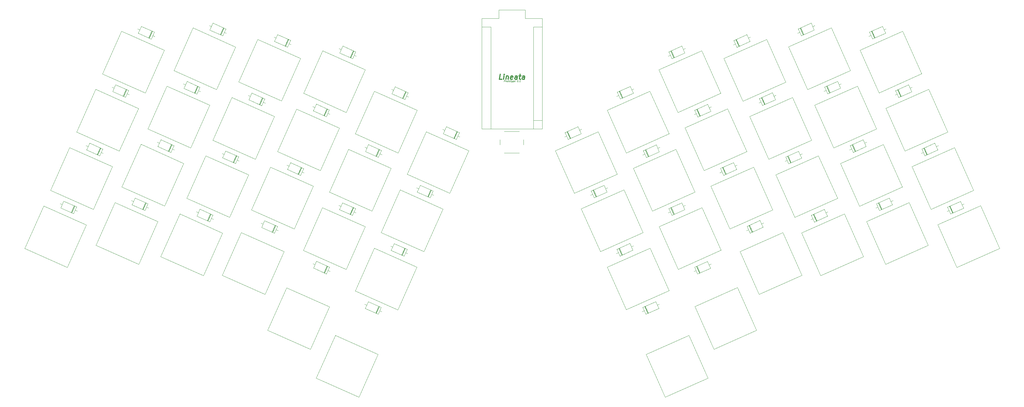
<source format=gbr>
%TF.GenerationSoftware,KiCad,Pcbnew,5.1.10-1.fc33*%
%TF.CreationDate,2021-08-02T15:59:08+02:00*%
%TF.ProjectId,lineata,6c696e65-6174-4612-9e6b-696361645f70,0.1*%
%TF.SameCoordinates,Original*%
%TF.FileFunction,Legend,Top*%
%TF.FilePolarity,Positive*%
%FSLAX46Y46*%
G04 Gerber Fmt 4.6, Leading zero omitted, Abs format (unit mm)*
G04 Created by KiCad (PCBNEW 5.1.10-1.fc33) date 2021-08-02 15:59:08*
%MOMM*%
%LPD*%
G01*
G04 APERTURE LIST*
%ADD10C,0.100000*%
%ADD11C,0.300000*%
%ADD12C,0.120000*%
G04 APERTURE END LIST*
D10*
X197596000Y-107731690D02*
X197658500Y-107231690D01*
X197848976Y-107231690D01*
X197893619Y-107255500D01*
X197914452Y-107279309D01*
X197932309Y-107326928D01*
X197923380Y-107398357D01*
X197893619Y-107445976D01*
X197866833Y-107469785D01*
X197816238Y-107493595D01*
X197625761Y-107493595D01*
X198096000Y-107731690D02*
X198137666Y-107398357D01*
X198125761Y-107493595D02*
X198155523Y-107445976D01*
X198182309Y-107422166D01*
X198232904Y-107398357D01*
X198280523Y-107398357D01*
X198476952Y-107731690D02*
X198432309Y-107707880D01*
X198411476Y-107684071D01*
X198393619Y-107636452D01*
X198411476Y-107493595D01*
X198441238Y-107445976D01*
X198468023Y-107422166D01*
X198518619Y-107398357D01*
X198590047Y-107398357D01*
X198634690Y-107422166D01*
X198655523Y-107445976D01*
X198673380Y-107493595D01*
X198655523Y-107636452D01*
X198625761Y-107684071D01*
X198598976Y-107707880D01*
X198548380Y-107731690D01*
X198476952Y-107731690D01*
X198828142Y-107398357D02*
X199018619Y-107398357D01*
X198920404Y-107231690D02*
X198866833Y-107660261D01*
X198884690Y-107707880D01*
X198929333Y-107731690D01*
X198976952Y-107731690D01*
X199215047Y-107731690D02*
X199170404Y-107707880D01*
X199149571Y-107684071D01*
X199131714Y-107636452D01*
X199149571Y-107493595D01*
X199179333Y-107445976D01*
X199206119Y-107422166D01*
X199256714Y-107398357D01*
X199328142Y-107398357D01*
X199372785Y-107422166D01*
X199393619Y-107445976D01*
X199411476Y-107493595D01*
X199393619Y-107636452D01*
X199363857Y-107684071D01*
X199337071Y-107707880D01*
X199286476Y-107731690D01*
X199215047Y-107731690D01*
X199566238Y-107398357D02*
X199756714Y-107398357D01*
X199658500Y-107231690D02*
X199604928Y-107660261D01*
X199622785Y-107707880D01*
X199667428Y-107731690D01*
X199715047Y-107731690D01*
X199875761Y-107398357D02*
X199953142Y-107731690D01*
X200113857Y-107398357D02*
X199953142Y-107731690D01*
X199890642Y-107850738D01*
X199863857Y-107874547D01*
X199813261Y-107898357D01*
X200304333Y-107398357D02*
X200241833Y-107898357D01*
X200301357Y-107422166D02*
X200351952Y-107398357D01*
X200447190Y-107398357D01*
X200491833Y-107422166D01*
X200512666Y-107445976D01*
X200530523Y-107493595D01*
X200512666Y-107636452D01*
X200482904Y-107684071D01*
X200456119Y-107707880D01*
X200405523Y-107731690D01*
X200310285Y-107731690D01*
X200265642Y-107707880D01*
X200908500Y-107707880D02*
X200857904Y-107731690D01*
X200762666Y-107731690D01*
X200718023Y-107707880D01*
X200700166Y-107660261D01*
X200723976Y-107469785D01*
X200753738Y-107422166D01*
X200804333Y-107398357D01*
X200899571Y-107398357D01*
X200944214Y-107422166D01*
X200962071Y-107469785D01*
X200956119Y-107517404D01*
X200712071Y-107565023D01*
X201682309Y-107231690D02*
X201729928Y-107231690D01*
X201774571Y-107255500D01*
X201795404Y-107279309D01*
X201813261Y-107326928D01*
X201825166Y-107422166D01*
X201810285Y-107541214D01*
X201774571Y-107636452D01*
X201744809Y-107684071D01*
X201718023Y-107707880D01*
X201667428Y-107731690D01*
X201619809Y-107731690D01*
X201575166Y-107707880D01*
X201554333Y-107684071D01*
X201536476Y-107636452D01*
X201524571Y-107541214D01*
X201539452Y-107422166D01*
X201575166Y-107326928D01*
X201604928Y-107279309D01*
X201631714Y-107255500D01*
X201682309Y-107231690D01*
X202006714Y-107684071D02*
X202027547Y-107707880D01*
X202000761Y-107731690D01*
X201979928Y-107707880D01*
X202006714Y-107684071D01*
X202000761Y-107731690D01*
X202500761Y-107731690D02*
X202215047Y-107731690D01*
X202357904Y-107731690D02*
X202420404Y-107231690D01*
X202363857Y-107303119D01*
X202310285Y-107350738D01*
X202259690Y-107374547D01*
D11*
X196995928Y-106977571D02*
X196281642Y-106977571D01*
X196469142Y-105477571D01*
X197495928Y-106977571D02*
X197620928Y-105977571D01*
X197683428Y-105477571D02*
X197603071Y-105549000D01*
X197665571Y-105620428D01*
X197745928Y-105549000D01*
X197683428Y-105477571D01*
X197665571Y-105620428D01*
X198335214Y-105977571D02*
X198210214Y-106977571D01*
X198317357Y-106120428D02*
X198397714Y-106049000D01*
X198549500Y-105977571D01*
X198763785Y-105977571D01*
X198897714Y-106049000D01*
X198951285Y-106191857D01*
X198853071Y-106977571D01*
X200147714Y-106906142D02*
X199995928Y-106977571D01*
X199710214Y-106977571D01*
X199576285Y-106906142D01*
X199522714Y-106763285D01*
X199594142Y-106191857D01*
X199683428Y-106049000D01*
X199835214Y-105977571D01*
X200120928Y-105977571D01*
X200254857Y-106049000D01*
X200308428Y-106191857D01*
X200290571Y-106334714D01*
X199558428Y-106477571D01*
X201495928Y-106977571D02*
X201594142Y-106191857D01*
X201540571Y-106049000D01*
X201406642Y-105977571D01*
X201120928Y-105977571D01*
X200969142Y-106049000D01*
X201504857Y-106906142D02*
X201353071Y-106977571D01*
X200995928Y-106977571D01*
X200862000Y-106906142D01*
X200808428Y-106763285D01*
X200826285Y-106620428D01*
X200915571Y-106477571D01*
X201067357Y-106406142D01*
X201424500Y-106406142D01*
X201576285Y-106334714D01*
X202120928Y-105977571D02*
X202692357Y-105977571D01*
X202397714Y-105477571D02*
X202237000Y-106763285D01*
X202290571Y-106906142D01*
X202424500Y-106977571D01*
X202567357Y-106977571D01*
X203710214Y-106977571D02*
X203808428Y-106191857D01*
X203754857Y-106049000D01*
X203620928Y-105977571D01*
X203335214Y-105977571D01*
X203183428Y-106049000D01*
X203719142Y-106906142D02*
X203567357Y-106977571D01*
X203210214Y-106977571D01*
X203076285Y-106906142D01*
X203022714Y-106763285D01*
X203040571Y-106620428D01*
X203129857Y-106477571D01*
X203281642Y-106406142D01*
X203638785Y-106406142D01*
X203790571Y-106334714D01*
D12*
%TO.C,D42*%
X293251847Y-109287444D02*
X294162937Y-111333786D01*
X294162937Y-111333786D02*
X298036370Y-109609223D01*
X298036370Y-109609223D02*
X297125280Y-107562881D01*
X297125280Y-107562881D02*
X293251847Y-109287444D01*
X293113587Y-110574994D02*
X293707392Y-110310615D01*
X298174629Y-108321673D02*
X297580825Y-108586052D01*
X293909600Y-108994594D02*
X294820690Y-111040936D01*
X294019225Y-108945785D02*
X294930315Y-110992127D01*
X293799974Y-109043402D02*
X294711064Y-111089744D01*
%TO.C,D40*%
X289314847Y-147577944D02*
X290225937Y-149624286D01*
X290225937Y-149624286D02*
X294099370Y-147899723D01*
X294099370Y-147899723D02*
X293188280Y-145853381D01*
X293188280Y-145853381D02*
X289314847Y-147577944D01*
X289176587Y-148865494D02*
X289770392Y-148601115D01*
X294237629Y-146612173D02*
X293643825Y-146876552D01*
X289972600Y-147285094D02*
X290883690Y-149331436D01*
X290082225Y-147236285D02*
X290993315Y-149282627D01*
X289862974Y-147333902D02*
X290774064Y-149380244D01*
%TO.C,D39*%
X281629847Y-130178944D02*
X282540937Y-132225286D01*
X282540937Y-132225286D02*
X286414370Y-130500723D01*
X286414370Y-130500723D02*
X285503280Y-128454381D01*
X285503280Y-128454381D02*
X281629847Y-130178944D01*
X281491587Y-131466494D02*
X282085392Y-131202115D01*
X286552629Y-129213173D02*
X285958825Y-129477552D01*
X282287600Y-129886094D02*
X283198690Y-131932436D01*
X282397225Y-129837285D02*
X283308315Y-131883627D01*
X282177974Y-129934902D02*
X283089064Y-131981244D01*
%TO.C,D38*%
X273820847Y-112716444D02*
X274731937Y-114762786D01*
X274731937Y-114762786D02*
X278605370Y-113038223D01*
X278605370Y-113038223D02*
X277694280Y-110991881D01*
X277694280Y-110991881D02*
X273820847Y-112716444D01*
X273682587Y-114003994D02*
X274276392Y-113739615D01*
X278743629Y-111750673D02*
X278149825Y-112015052D01*
X274478600Y-112423594D02*
X275389690Y-114469936D01*
X274588225Y-112374785D02*
X275499315Y-114421127D01*
X274368974Y-112472402D02*
X275280064Y-114518744D01*
%TO.C,D37*%
X266200847Y-95343290D02*
X267111937Y-97389632D01*
X267111937Y-97389632D02*
X270985370Y-95665069D01*
X270985370Y-95665069D02*
X270074280Y-93618727D01*
X270074280Y-93618727D02*
X266200847Y-95343290D01*
X266062587Y-96630840D02*
X266656392Y-96366461D01*
X271123629Y-94377519D02*
X270529825Y-94641898D01*
X266858600Y-95050440D02*
X267769690Y-97096782D01*
X266968225Y-95001631D02*
X267879315Y-97047973D01*
X266748974Y-95099248D02*
X267660064Y-97145590D01*
%TO.C,D36*%
X270129847Y-150879944D02*
X271040937Y-152926286D01*
X271040937Y-152926286D02*
X274914370Y-151201723D01*
X274914370Y-151201723D02*
X274003280Y-149155381D01*
X274003280Y-149155381D02*
X270129847Y-150879944D01*
X269991587Y-152167494D02*
X270585392Y-151903115D01*
X275052629Y-149914173D02*
X274458825Y-150178552D01*
X270787600Y-150587094D02*
X271698690Y-152633436D01*
X270897225Y-150538285D02*
X271808315Y-152584627D01*
X270677974Y-150635902D02*
X271589064Y-152682244D01*
%TO.C,D35*%
X262200347Y-133593290D02*
X263111437Y-135639632D01*
X263111437Y-135639632D02*
X266984870Y-133915069D01*
X266984870Y-133915069D02*
X266073780Y-131868727D01*
X266073780Y-131868727D02*
X262200347Y-133593290D01*
X262062087Y-134880840D02*
X262655892Y-134616461D01*
X267123129Y-132627519D02*
X266529325Y-132891898D01*
X262858100Y-133300440D02*
X263769190Y-135346782D01*
X262967725Y-133251631D02*
X263878815Y-135297973D01*
X262748474Y-133349248D02*
X263659564Y-135395590D01*
%TO.C,SW38*%
X276612257Y-130844938D02*
X270930146Y-118082708D01*
X289374487Y-125162828D02*
X276612257Y-130844938D01*
X283692376Y-112400598D02*
X289374487Y-125162828D01*
X270930146Y-118082708D02*
X283692376Y-112400598D01*
%TO.C,SW37*%
X268887257Y-113469938D02*
X263205146Y-100707708D01*
X281649487Y-107787828D02*
X268887257Y-113469938D01*
X275967376Y-95025598D02*
X281649487Y-107787828D01*
X263205146Y-100707708D02*
X275967376Y-95025598D01*
%TO.C,SW30*%
X241847257Y-146349938D02*
X236165146Y-133587708D01*
X254609487Y-140667828D02*
X241847257Y-146349938D01*
X248927376Y-127905598D02*
X254609487Y-140667828D01*
X236165146Y-133587708D02*
X248927376Y-127905598D01*
%TO.C,SW29*%
X234072257Y-128949938D02*
X228390146Y-116187708D01*
X246834487Y-123267828D02*
X234072257Y-128949938D01*
X241152376Y-110505598D02*
X246834487Y-123267828D01*
X228390146Y-116187708D02*
X241152376Y-110505598D01*
%TO.C,SW33*%
X249522257Y-116849938D02*
X243840146Y-104087708D01*
X262284487Y-111167828D02*
X249522257Y-116849938D01*
X256602376Y-98405598D02*
X262284487Y-111167828D01*
X243840146Y-104087708D02*
X256602376Y-98405598D01*
%TO.C,SW34*%
X257272257Y-134249938D02*
X251590146Y-121487708D01*
X270034487Y-128567828D02*
X257272257Y-134249938D01*
X264352376Y-115805598D02*
X270034487Y-128567828D01*
X251590146Y-121487708D02*
X264352376Y-115805598D01*
%TO.C,SW35*%
X265022257Y-151649938D02*
X259340146Y-138887708D01*
X277784487Y-145967828D02*
X265022257Y-151649938D01*
X272102376Y-133205598D02*
X277784487Y-145967828D01*
X259340146Y-138887708D02*
X272102376Y-133205598D01*
%TO.C,SW39*%
X284362257Y-148244938D02*
X278680146Y-135482708D01*
X297124487Y-142562828D02*
X284362257Y-148244938D01*
X291442376Y-129800598D02*
X297124487Y-142562828D01*
X278680146Y-135482708D02*
X291442376Y-129800598D01*
%TO.C,D34*%
X254516847Y-116193290D02*
X255427937Y-118239632D01*
X255427937Y-118239632D02*
X259301370Y-116515069D01*
X259301370Y-116515069D02*
X258390280Y-114468727D01*
X258390280Y-114468727D02*
X254516847Y-116193290D01*
X254378587Y-117480840D02*
X254972392Y-117216461D01*
X259439629Y-115227519D02*
X258845825Y-115491898D01*
X255174600Y-115900440D02*
X256085690Y-117946782D01*
X255284225Y-115851631D02*
X256195315Y-117897973D01*
X255064974Y-115949248D02*
X255976064Y-117995590D01*
%TO.C,D33*%
X246769847Y-98743290D02*
X247680937Y-100789632D01*
X247680937Y-100789632D02*
X251554370Y-99065069D01*
X251554370Y-99065069D02*
X250643280Y-97018727D01*
X250643280Y-97018727D02*
X246769847Y-98743290D01*
X246631587Y-100030840D02*
X247225392Y-99766461D01*
X251692629Y-97777519D02*
X251098825Y-98041898D01*
X247427600Y-98450440D02*
X248338690Y-100496782D01*
X247537225Y-98401631D02*
X248448315Y-100447973D01*
X247317974Y-98499248D02*
X248229064Y-100545590D01*
%TO.C,D31*%
X246769847Y-145609444D02*
X247680937Y-147655786D01*
X247680937Y-147655786D02*
X251554370Y-145931223D01*
X251554370Y-145931223D02*
X250643280Y-143884881D01*
X250643280Y-143884881D02*
X246769847Y-145609444D01*
X246631587Y-146896994D02*
X247225392Y-146632615D01*
X251692629Y-144643673D02*
X251098825Y-144908052D01*
X247427600Y-145316594D02*
X248338690Y-147362936D01*
X247537225Y-145267785D02*
X248448315Y-147314127D01*
X247317974Y-145365402D02*
X248229064Y-147411744D01*
%TO.C,D30*%
X239149847Y-128293290D02*
X240060937Y-130339632D01*
X240060937Y-130339632D02*
X243934370Y-128615069D01*
X243934370Y-128615069D02*
X243023280Y-126568727D01*
X243023280Y-126568727D02*
X239149847Y-128293290D01*
X239011587Y-129580840D02*
X239605392Y-129316461D01*
X244072629Y-127327519D02*
X243478825Y-127591898D01*
X239807600Y-128000440D02*
X240718690Y-130046782D01*
X239917225Y-127951631D02*
X240828315Y-129997973D01*
X239697974Y-128049248D02*
X240609064Y-130095590D01*
%TO.C,D29*%
X231379847Y-110811444D02*
X232290937Y-112857786D01*
X232290937Y-112857786D02*
X236164370Y-111133223D01*
X236164370Y-111133223D02*
X235253280Y-109086881D01*
X235253280Y-109086881D02*
X231379847Y-110811444D01*
X231241587Y-112098994D02*
X231835392Y-111834615D01*
X236302629Y-109845673D02*
X235708825Y-110110052D01*
X232037600Y-110518594D02*
X232948690Y-112564936D01*
X232147225Y-110469785D02*
X233058315Y-112516127D01*
X231927974Y-110567402D02*
X232839064Y-112613744D01*
%TO.C,SW26*%
X226347257Y-158449938D02*
X220665146Y-145687708D01*
X239109487Y-152767828D02*
X226347257Y-158449938D01*
X233427376Y-140005598D02*
X239109487Y-152767828D01*
X220665146Y-145687708D02*
X233427376Y-140005598D01*
%TO.C,SW31*%
X249572257Y-163749938D02*
X243890146Y-150987708D01*
X262334487Y-158067828D02*
X249572257Y-163749938D01*
X256652376Y-145305598D02*
X262334487Y-158067828D01*
X243890146Y-150987708D02*
X256652376Y-145305598D01*
%TO.C,SW27*%
X234097257Y-175849938D02*
X228415146Y-163087708D01*
X246859487Y-170167828D02*
X234097257Y-175849938D01*
X241177376Y-157405598D02*
X246859487Y-170167828D01*
X228415146Y-163087708D02*
X241177376Y-157405598D01*
%TO.C,D32*%
X254453347Y-163135444D02*
X255364437Y-165181786D01*
X255364437Y-165181786D02*
X259237870Y-163457223D01*
X259237870Y-163457223D02*
X258326780Y-161410881D01*
X258326780Y-161410881D02*
X254453347Y-163135444D01*
X254315087Y-164422994D02*
X254908892Y-164158615D01*
X259376129Y-162169673D02*
X258782325Y-162434052D01*
X255111100Y-162842594D02*
X256022190Y-164888936D01*
X255220725Y-162793785D02*
X256131815Y-164840127D01*
X255001474Y-162891402D02*
X255912564Y-164937744D01*
%TO.C,D28*%
X239002847Y-175136944D02*
X239913937Y-177183286D01*
X239913937Y-177183286D02*
X243787370Y-175458723D01*
X243787370Y-175458723D02*
X242876280Y-173412381D01*
X242876280Y-173412381D02*
X239002847Y-175136944D01*
X238864587Y-176424494D02*
X239458392Y-176160115D01*
X243925629Y-174171173D02*
X243331825Y-174435552D01*
X239660600Y-174844094D02*
X240571690Y-176890436D01*
X239770225Y-174795285D02*
X240681315Y-176841627D01*
X239550974Y-174892902D02*
X240462064Y-176939244D01*
%TO.C,D27*%
X231275847Y-157737944D02*
X232186937Y-159784286D01*
X232186937Y-159784286D02*
X236060370Y-158059723D01*
X236060370Y-158059723D02*
X235149280Y-156013381D01*
X235149280Y-156013381D02*
X231275847Y-157737944D01*
X231137587Y-159025494D02*
X231731392Y-158761115D01*
X236198629Y-156772173D02*
X235604825Y-157036552D01*
X231933600Y-157445094D02*
X232844690Y-159491436D01*
X232043225Y-157396285D02*
X232954315Y-159442627D01*
X231823974Y-157493902D02*
X232735064Y-159540244D01*
%TO.C,D26*%
X223572347Y-140338944D02*
X224483437Y-142385286D01*
X224483437Y-142385286D02*
X228356870Y-140660723D01*
X228356870Y-140660723D02*
X227445780Y-138614381D01*
X227445780Y-138614381D02*
X223572347Y-140338944D01*
X223434087Y-141626494D02*
X224027892Y-141362115D01*
X228495129Y-139373173D02*
X227901325Y-139637552D01*
X224230100Y-140046094D02*
X225141190Y-142092436D01*
X224339725Y-139997285D02*
X225250815Y-142043627D01*
X224120474Y-140094902D02*
X225031564Y-142141244D01*
%TO.C,D25*%
X215825347Y-122877290D02*
X216736437Y-124923632D01*
X216736437Y-124923632D02*
X220609870Y-123199069D01*
X220609870Y-123199069D02*
X219698780Y-121152727D01*
X219698780Y-121152727D02*
X215825347Y-122877290D01*
X215687087Y-124164840D02*
X216280892Y-123900461D01*
X220748129Y-121911519D02*
X220154325Y-122175898D01*
X216483100Y-122584440D02*
X217394190Y-124630782D01*
X216592725Y-122535631D02*
X217503815Y-124581973D01*
X216373474Y-122633248D02*
X217284564Y-124679590D01*
%TO.C,SW28*%
X240045408Y-189184603D02*
X252807638Y-183502492D01*
X245727518Y-201946833D02*
X240045408Y-189184603D01*
X258489748Y-196264722D02*
X245727518Y-201946833D01*
X252807638Y-183502492D02*
X258489748Y-196264722D01*
%TO.C,SW32*%
X254545408Y-174909603D02*
X267307638Y-169227492D01*
X260227518Y-187671833D02*
X254545408Y-174909603D01*
X272989748Y-181989722D02*
X260227518Y-187671833D01*
X267307638Y-169227492D02*
X272989748Y-181989722D01*
%TO.C,SW36*%
X268045408Y-158459603D02*
X280807638Y-152777492D01*
X273727518Y-171221833D02*
X268045408Y-158459603D01*
X286489748Y-165539722D02*
X273727518Y-171221833D01*
X280807638Y-152777492D02*
X286489748Y-165539722D01*
%TO.C,SW40*%
X292112257Y-165644938D02*
X286430146Y-152882708D01*
X304874487Y-159962828D02*
X292112257Y-165644938D01*
X299192376Y-147200598D02*
X304874487Y-159962828D01*
X286430146Y-152882708D02*
X299192376Y-147200598D01*
%TO.C,SW25*%
X218597257Y-141049938D02*
X212915146Y-128287708D01*
X231359487Y-135367828D02*
X218597257Y-141049938D01*
X225677376Y-122605598D02*
X231359487Y-135367828D01*
X212915146Y-128287708D02*
X225677376Y-122605598D01*
%TO.C,SW44*%
X311447257Y-162249938D02*
X305765146Y-149487708D01*
X324209487Y-156567828D02*
X311447257Y-162249938D01*
X318527376Y-143805598D02*
X324209487Y-156567828D01*
X305765146Y-149487708D02*
X318527376Y-143805598D01*
%TO.C,D47*%
X322271347Y-127765944D02*
X323182437Y-129812286D01*
X323182437Y-129812286D02*
X327055870Y-128087723D01*
X327055870Y-128087723D02*
X326144780Y-126041381D01*
X326144780Y-126041381D02*
X322271347Y-127765944D01*
X322133087Y-129053494D02*
X322726892Y-128789115D01*
X327194129Y-126800173D02*
X326600325Y-127064552D01*
X322929100Y-127473094D02*
X323840190Y-129519436D01*
X323038725Y-127424285D02*
X323949815Y-129470627D01*
X322819474Y-127521902D02*
X323730564Y-129568244D01*
%TO.C,D46*%
X314460847Y-110343290D02*
X315371937Y-112389632D01*
X315371937Y-112389632D02*
X319245370Y-110665069D01*
X319245370Y-110665069D02*
X318334280Y-108618727D01*
X318334280Y-108618727D02*
X314460847Y-110343290D01*
X314322587Y-111630840D02*
X314916392Y-111366461D01*
X319383629Y-109377519D02*
X318789825Y-109641898D01*
X315118600Y-110050440D02*
X316029690Y-112096782D01*
X315228225Y-110001631D02*
X316139315Y-112047973D01*
X315008974Y-110099248D02*
X315920064Y-112145590D01*
%TO.C,D44*%
X308729847Y-144148944D02*
X309640937Y-146195286D01*
X309640937Y-146195286D02*
X313514370Y-144470723D01*
X313514370Y-144470723D02*
X312603280Y-142424381D01*
X312603280Y-142424381D02*
X308729847Y-144148944D01*
X308591587Y-145436494D02*
X309185392Y-145172115D01*
X313652629Y-143183173D02*
X313058825Y-143447552D01*
X309387600Y-143856094D02*
X310298690Y-145902436D01*
X309497225Y-143807285D02*
X310408315Y-145853627D01*
X309277974Y-143904902D02*
X310189064Y-145951244D01*
%TO.C,D43*%
X300871847Y-126749944D02*
X301782937Y-128796286D01*
X301782937Y-128796286D02*
X305656370Y-127071723D01*
X305656370Y-127071723D02*
X304745280Y-125025381D01*
X304745280Y-125025381D02*
X300871847Y-126749944D01*
X300733587Y-128037494D02*
X301327392Y-127773115D01*
X305794629Y-125784173D02*
X305200825Y-126048552D01*
X301529600Y-126457094D02*
X302440690Y-128503436D01*
X301639225Y-126408285D02*
X302550315Y-128454627D01*
X301419974Y-126505902D02*
X302331064Y-128552244D01*
%TO.C,SW41*%
X288212257Y-110044938D02*
X282530146Y-97282708D01*
X300974487Y-104362828D02*
X288212257Y-110044938D01*
X295292376Y-91600598D02*
X300974487Y-104362828D01*
X282530146Y-97282708D02*
X295292376Y-91600598D01*
%TO.C,SW43*%
X303697257Y-144874938D02*
X298015146Y-132112708D01*
X316459487Y-139192828D02*
X303697257Y-144874938D01*
X310777376Y-126430598D02*
X316459487Y-139192828D01*
X298015146Y-132112708D02*
X310777376Y-126430598D01*
%TO.C,SW42*%
X295972257Y-127449938D02*
X290290146Y-114687708D01*
X308734487Y-121767828D02*
X295972257Y-127449938D01*
X303052376Y-109005598D02*
X308734487Y-121767828D01*
X290290146Y-114687708D02*
X303052376Y-109005598D01*
%TO.C,SW45*%
X309497257Y-110999938D02*
X303815146Y-98237708D01*
X322259487Y-105317828D02*
X309497257Y-110999938D01*
X316577376Y-92555598D02*
X322259487Y-105317828D01*
X303815146Y-98237708D02*
X316577376Y-92555598D01*
%TO.C,SW46*%
X317247257Y-128399938D02*
X311565146Y-115637708D01*
X330009487Y-122717828D02*
X317247257Y-128399938D01*
X324327376Y-109955598D02*
X330009487Y-122717828D01*
X311565146Y-115637708D02*
X324327376Y-109955598D01*
%TO.C,SW47*%
X324997257Y-145824938D02*
X319315146Y-133062708D01*
X337759487Y-140142828D02*
X324997257Y-145824938D01*
X332077376Y-127380598D02*
X337759487Y-140142828D01*
X319315146Y-133062708D02*
X332077376Y-127380598D01*
%TO.C,SW48*%
X332722257Y-163199938D02*
X327040146Y-150437708D01*
X345484487Y-157517828D02*
X332722257Y-163199938D01*
X339802376Y-144755598D02*
X345484487Y-157517828D01*
X327040146Y-150437708D02*
X339802376Y-144755598D01*
%TO.C,D48*%
X329954847Y-145164944D02*
X330865937Y-147211286D01*
X330865937Y-147211286D02*
X334739370Y-145486723D01*
X334739370Y-145486723D02*
X333828280Y-143440381D01*
X333828280Y-143440381D02*
X329954847Y-145164944D01*
X329816587Y-146452494D02*
X330410392Y-146188115D01*
X334877629Y-144199173D02*
X334283825Y-144463552D01*
X330612600Y-144872094D02*
X331523690Y-146918436D01*
X330722225Y-144823285D02*
X331633315Y-146869627D01*
X330502974Y-144920902D02*
X331414064Y-146967244D01*
%TO.C,D45*%
X306650347Y-92840944D02*
X307561437Y-94887286D01*
X307561437Y-94887286D02*
X311434870Y-93162723D01*
X311434870Y-93162723D02*
X310523780Y-91116381D01*
X310523780Y-91116381D02*
X306650347Y-92840944D01*
X306512087Y-94128494D02*
X307105892Y-93864115D01*
X311573129Y-91875173D02*
X310979325Y-92139552D01*
X307308100Y-92548094D02*
X308219190Y-94594436D01*
X307417725Y-92499285D02*
X308328815Y-94545627D01*
X307198474Y-92596902D02*
X308109564Y-94643244D01*
%TO.C,D41*%
X285377847Y-91888444D02*
X286288937Y-93934786D01*
X286288937Y-93934786D02*
X290162370Y-92210223D01*
X290162370Y-92210223D02*
X289251280Y-90163881D01*
X289251280Y-90163881D02*
X285377847Y-91888444D01*
X285239587Y-93175994D02*
X285833392Y-92911615D01*
X290300629Y-90922673D02*
X289706825Y-91187052D01*
X286035600Y-91595594D02*
X286946690Y-93641936D01*
X286145225Y-91546785D02*
X287056315Y-93593127D01*
X285925974Y-91644402D02*
X286837064Y-93690744D01*
%TO.C,SW49*%
X196450000Y-125016000D02*
X196450000Y-126516000D01*
X197700000Y-129016000D02*
X202200000Y-129016000D01*
X203450000Y-126516000D02*
X203450000Y-125016000D01*
X202200000Y-122516000D02*
X197700000Y-122516000D01*
%TO.C,U1*%
X206375000Y-119253000D02*
X206375000Y-121793000D01*
X206375000Y-121793000D02*
X209042000Y-121793000D01*
X209042000Y-121793000D02*
X209042000Y-88773000D01*
X193675000Y-121793000D02*
X191005000Y-121793000D01*
X193675000Y-121793000D02*
X193675000Y-91313000D01*
X193675000Y-91313000D02*
X191005000Y-91313000D01*
X206375000Y-119253000D02*
X209042000Y-119253000D01*
X206375000Y-119253000D02*
X206375000Y-91313000D01*
X206375000Y-91313000D02*
X209045000Y-91313000D01*
X209042000Y-88773000D02*
X203962000Y-88773000D01*
X191008000Y-88773000D02*
X191005000Y-121793000D01*
X191008000Y-121793000D02*
X206375000Y-121793000D01*
X203962000Y-86233000D02*
X203962000Y-88773000D01*
X196088000Y-88773000D02*
X191008000Y-88773000D01*
X196088000Y-86233000D02*
X196088000Y-88773000D01*
X203962000Y-86233000D02*
X196088000Y-86233000D01*
%TO.C,D11*%
X116959436Y-131917744D02*
X117870526Y-129871402D01*
X116740185Y-131820127D02*
X117651275Y-129773785D01*
X116849810Y-131868936D02*
X117760900Y-129822594D01*
X113495871Y-129149673D02*
X114089675Y-129414052D01*
X118556913Y-131402994D02*
X117963108Y-131138615D01*
X113634130Y-130437223D02*
X117507563Y-132161786D01*
X114545220Y-128390881D02*
X113634130Y-130437223D01*
X118418653Y-130115444D02*
X114545220Y-128390881D01*
X117507563Y-132161786D02*
X118418653Y-130115444D01*
%TO.C,D9*%
X133001563Y-97363786D02*
X133912653Y-95317444D01*
X133912653Y-95317444D02*
X130039220Y-93592881D01*
X130039220Y-93592881D02*
X129128130Y-95639223D01*
X129128130Y-95639223D02*
X133001563Y-97363786D01*
X134050913Y-96604994D02*
X133457108Y-96340615D01*
X128989871Y-94351673D02*
X129583675Y-94616052D01*
X132343810Y-97070936D02*
X133254900Y-95024594D01*
X132234185Y-97022127D02*
X133145275Y-94975785D01*
X132453436Y-97119744D02*
X133364526Y-95073402D01*
%TO.C,D13*%
X152432563Y-100792786D02*
X153343653Y-98746444D01*
X153343653Y-98746444D02*
X149470220Y-97021881D01*
X149470220Y-97021881D02*
X148559130Y-99068223D01*
X148559130Y-99068223D02*
X152432563Y-100792786D01*
X153481913Y-100033994D02*
X152888108Y-99769615D01*
X148420871Y-97780673D02*
X149014675Y-98045052D01*
X151774810Y-100499936D02*
X152685900Y-98453594D01*
X151665185Y-100451127D02*
X152576275Y-98404785D01*
X151884436Y-100548744D02*
X152795526Y-98502402D01*
%TO.C,D1*%
X91788036Y-94668644D02*
X92699126Y-92622302D01*
X91568785Y-94571027D02*
X92479875Y-92524685D01*
X91678410Y-94619836D02*
X92589500Y-92573494D01*
X88324471Y-91900573D02*
X88918275Y-92164952D01*
X93385513Y-94153894D02*
X92791708Y-93889515D01*
X88462730Y-93188123D02*
X92336163Y-94912686D01*
X89373820Y-91141781D02*
X88462730Y-93188123D01*
X93247253Y-92866344D02*
X89373820Y-91141781D01*
X92336163Y-94912686D02*
X93247253Y-92866344D01*
%TO.C,D17*%
X168053563Y-112984786D02*
X168964653Y-110938444D01*
X168964653Y-110938444D02*
X165091220Y-109213881D01*
X165091220Y-109213881D02*
X164180130Y-111260223D01*
X164180130Y-111260223D02*
X168053563Y-112984786D01*
X169102913Y-112225994D02*
X168509108Y-111961615D01*
X164041871Y-109972673D02*
X164635675Y-110237052D01*
X167395810Y-112691936D02*
X168306900Y-110645594D01*
X167286185Y-112643127D02*
X168197275Y-110596785D01*
X167505436Y-112740744D02*
X168416526Y-110694402D01*
%TO.C,D21*%
X183357063Y-124922786D02*
X184268153Y-122876444D01*
X184268153Y-122876444D02*
X180394720Y-121151881D01*
X180394720Y-121151881D02*
X179483630Y-123198223D01*
X179483630Y-123198223D02*
X183357063Y-124922786D01*
X184406413Y-124163994D02*
X183812608Y-123899615D01*
X179345371Y-121910673D02*
X179939175Y-122175052D01*
X182699310Y-124629936D02*
X183610400Y-122583594D01*
X182589685Y-124581127D02*
X183500775Y-122534785D01*
X182808936Y-124678744D02*
X183720026Y-122632402D01*
%TO.C,D5*%
X113697563Y-93934786D02*
X114608653Y-91888444D01*
X114608653Y-91888444D02*
X110735220Y-90163881D01*
X110735220Y-90163881D02*
X109824130Y-92210223D01*
X109824130Y-92210223D02*
X113697563Y-93934786D01*
X114746913Y-93175994D02*
X114153108Y-92911615D01*
X109685871Y-90922673D02*
X110279675Y-91187052D01*
X113039810Y-93641936D02*
X113950900Y-91595594D01*
X112930185Y-93593127D02*
X113841275Y-91546785D01*
X113149436Y-93690744D02*
X114060526Y-91644402D01*
%TO.C,SW16*%
X126295759Y-171229298D02*
X113533529Y-165547187D01*
X131977870Y-158467068D02*
X126295759Y-171229298D01*
X119215640Y-152784957D02*
X131977870Y-158467068D01*
X113533529Y-165547187D02*
X119215640Y-152784957D01*
%TO.C,SW24*%
X154345759Y-201979298D02*
X141583529Y-196297187D01*
X160027870Y-189217068D02*
X154345759Y-201979298D01*
X147265640Y-183534957D02*
X160027870Y-189217068D01*
X141583529Y-196297187D02*
X147265640Y-183534957D01*
%TO.C,SW23*%
X153189202Y-170185559D02*
X158871313Y-157423329D01*
X165951432Y-175867670D02*
X153189202Y-170185559D01*
X171633543Y-163105440D02*
X165951432Y-175867670D01*
X158871313Y-157423329D02*
X171633543Y-163105440D01*
%TO.C,SW22*%
X160939202Y-152793259D02*
X166621313Y-140031029D01*
X173701432Y-158475370D02*
X160939202Y-152793259D01*
X179383543Y-145713140D02*
X173701432Y-158475370D01*
X166621313Y-140031029D02*
X179383543Y-145713140D01*
%TO.C,SW21*%
X168689202Y-135368259D02*
X174371313Y-122606029D01*
X181451432Y-141050370D02*
X168689202Y-135368259D01*
X187133543Y-128288140D02*
X181451432Y-141050370D01*
X174371313Y-122606029D02*
X187133543Y-128288140D01*
%TO.C,SW20*%
X139845759Y-187704298D02*
X127083529Y-182022187D01*
X145527870Y-174942068D02*
X139845759Y-187704298D01*
X132765640Y-169259957D02*
X145527870Y-174942068D01*
X127083529Y-182022187D02*
X132765640Y-169259957D01*
%TO.C,SW19*%
X143421313Y-145331029D02*
X156183543Y-151013140D01*
X156183543Y-151013140D02*
X150501432Y-163775370D01*
X150501432Y-163775370D02*
X137739202Y-158093259D01*
X137739202Y-158093259D02*
X143421313Y-145331029D01*
%TO.C,SW18*%
X151171313Y-127906029D02*
X163933543Y-133588140D01*
X163933543Y-133588140D02*
X158251432Y-146350370D01*
X158251432Y-146350370D02*
X145489202Y-140668259D01*
X145489202Y-140668259D02*
X151171313Y-127906029D01*
%TO.C,SW17*%
X158921313Y-110506029D02*
X171683543Y-116188140D01*
X171683543Y-116188140D02*
X166001432Y-128950370D01*
X166001432Y-128950370D02*
X153239202Y-123268259D01*
X153239202Y-123268259D02*
X158921313Y-110506029D01*
%TO.C,SW15*%
X127946313Y-133223329D02*
X140708543Y-138905440D01*
X140708543Y-138905440D02*
X135026432Y-151667670D01*
X135026432Y-151667670D02*
X122264202Y-145985559D01*
X122264202Y-145985559D02*
X127946313Y-133223329D01*
%TO.C,SW14*%
X135696313Y-115831029D02*
X148458543Y-121513140D01*
X148458543Y-121513140D02*
X142776432Y-134275370D01*
X142776432Y-134275370D02*
X130014202Y-128593259D01*
X130014202Y-128593259D02*
X135696313Y-115831029D01*
%TO.C,SW13*%
X143471313Y-98406029D02*
X156233543Y-104088140D01*
X156233543Y-104088140D02*
X150551432Y-116850370D01*
X150551432Y-116850370D02*
X137789202Y-111168259D01*
X137789202Y-111168259D02*
X143471313Y-98406029D01*
%TO.C,SW12*%
X100871313Y-147231029D02*
X113633543Y-152913140D01*
X113633543Y-152913140D02*
X107951432Y-165675370D01*
X107951432Y-165675370D02*
X95189202Y-159993259D01*
X95189202Y-159993259D02*
X100871313Y-147231029D01*
%TO.C,SW11*%
X108621313Y-129806029D02*
X121383543Y-135488140D01*
X121383543Y-135488140D02*
X115701432Y-148250370D01*
X115701432Y-148250370D02*
X102939202Y-142568259D01*
X102939202Y-142568259D02*
X108621313Y-129806029D01*
%TO.C,SW10*%
X116371313Y-112406029D02*
X129133543Y-118088140D01*
X129133543Y-118088140D02*
X123451432Y-130850370D01*
X123451432Y-130850370D02*
X110689202Y-125168259D01*
X110689202Y-125168259D02*
X116371313Y-112406029D01*
%TO.C,SW9*%
X124121313Y-95006029D02*
X136883543Y-100688140D01*
X136883543Y-100688140D02*
X131201432Y-113450370D01*
X131201432Y-113450370D02*
X118439202Y-107768259D01*
X118439202Y-107768259D02*
X124121313Y-95006029D01*
%TO.C,SW8*%
X81521313Y-143831029D02*
X94283543Y-149513140D01*
X94283543Y-149513140D02*
X88601432Y-162275370D01*
X88601432Y-162275370D02*
X75839202Y-156593259D01*
X75839202Y-156593259D02*
X81521313Y-143831029D01*
%TO.C,SW7*%
X89271313Y-126406029D02*
X102033543Y-132088140D01*
X102033543Y-132088140D02*
X96351432Y-144850370D01*
X96351432Y-144850370D02*
X83589202Y-139168259D01*
X83589202Y-139168259D02*
X89271313Y-126406029D01*
%TO.C,SW6*%
X97021313Y-109006029D02*
X109783543Y-114688140D01*
X109783543Y-114688140D02*
X104101432Y-127450370D01*
X104101432Y-127450370D02*
X91339202Y-121768259D01*
X91339202Y-121768259D02*
X97021313Y-109006029D01*
%TO.C,SW5*%
X104771313Y-91606029D02*
X117533543Y-97288140D01*
X117533543Y-97288140D02*
X111851432Y-110050370D01*
X111851432Y-110050370D02*
X99089202Y-104368259D01*
X99089202Y-104368259D02*
X104771313Y-91606029D01*
%TO.C,SW4*%
X60246313Y-144781029D02*
X73008543Y-150463140D01*
X73008543Y-150463140D02*
X67326432Y-163225370D01*
X67326432Y-163225370D02*
X54564202Y-157543259D01*
X54564202Y-157543259D02*
X60246313Y-144781029D01*
%TO.C,SW3*%
X67996313Y-127381029D02*
X80758543Y-133063140D01*
X80758543Y-133063140D02*
X75076432Y-145825370D01*
X75076432Y-145825370D02*
X62314202Y-140143259D01*
X62314202Y-140143259D02*
X67996313Y-127381029D01*
%TO.C,SW2*%
X75746313Y-109981029D02*
X88508543Y-115663140D01*
X88508543Y-115663140D02*
X82826432Y-128425370D01*
X82826432Y-128425370D02*
X70064202Y-122743259D01*
X70064202Y-122743259D02*
X75746313Y-109981029D01*
%TO.C,SW1*%
X83496313Y-92581029D02*
X96258543Y-98263140D01*
X96258543Y-98263140D02*
X90576432Y-111025370D01*
X90576432Y-111025370D02*
X77814202Y-105343259D01*
X77814202Y-105343259D02*
X83496313Y-92581029D01*
%TO.C,D24*%
X160052563Y-177183286D02*
X160963653Y-175136944D01*
X160963653Y-175136944D02*
X157090220Y-173412381D01*
X157090220Y-173412381D02*
X156179130Y-175458723D01*
X156179130Y-175458723D02*
X160052563Y-177183286D01*
X161101913Y-176424494D02*
X160508108Y-176160115D01*
X156040871Y-174171173D02*
X156634675Y-174435552D01*
X159394810Y-176890436D02*
X160305900Y-174844094D01*
X159285185Y-176841627D02*
X160196275Y-174795285D01*
X159504436Y-176939244D02*
X160415526Y-174892902D01*
%TO.C,D23*%
X167799563Y-159847786D02*
X168710653Y-157801444D01*
X168710653Y-157801444D02*
X164837220Y-156076881D01*
X164837220Y-156076881D02*
X163926130Y-158123223D01*
X163926130Y-158123223D02*
X167799563Y-159847786D01*
X168848913Y-159088994D02*
X168255108Y-158824615D01*
X163787871Y-156835673D02*
X164381675Y-157100052D01*
X167141810Y-159554936D02*
X168052900Y-157508594D01*
X167032185Y-159506127D02*
X167943275Y-157459785D01*
X167251436Y-159603744D02*
X168162526Y-157557402D01*
%TO.C,D22*%
X175546563Y-142385286D02*
X176457653Y-140338944D01*
X176457653Y-140338944D02*
X172584220Y-138614381D01*
X172584220Y-138614381D02*
X171673130Y-140660723D01*
X171673130Y-140660723D02*
X175546563Y-142385286D01*
X176595913Y-141626494D02*
X176002108Y-141362115D01*
X171534871Y-139373173D02*
X172128675Y-139637552D01*
X174888810Y-142092436D02*
X175799900Y-140046094D01*
X174779185Y-142043627D02*
X175690275Y-139997285D01*
X174998436Y-142141244D02*
X175909526Y-140094902D01*
%TO.C,D20*%
X144622063Y-165118286D02*
X145533153Y-163071944D01*
X145533153Y-163071944D02*
X141659720Y-161347381D01*
X141659720Y-161347381D02*
X140748630Y-163393723D01*
X140748630Y-163393723D02*
X144622063Y-165118286D01*
X145671413Y-164359494D02*
X145077608Y-164095115D01*
X140610371Y-162106173D02*
X141204175Y-162370552D01*
X143964310Y-164825436D02*
X144875400Y-162779094D01*
X143854685Y-164776627D02*
X144765775Y-162730285D01*
X144073936Y-164874244D02*
X144985026Y-162827902D01*
%TO.C,D19*%
X152369063Y-147655786D02*
X153280153Y-145609444D01*
X153280153Y-145609444D02*
X149406720Y-143884881D01*
X149406720Y-143884881D02*
X148495630Y-145931223D01*
X148495630Y-145931223D02*
X152369063Y-147655786D01*
X153418413Y-146896994D02*
X152824608Y-146632615D01*
X148357371Y-144643673D02*
X148951175Y-144908052D01*
X151711310Y-147362936D02*
X152622400Y-145316594D01*
X151601685Y-147314127D02*
X152512775Y-145267785D01*
X151820936Y-147411744D02*
X152732026Y-145365402D01*
%TO.C,D18*%
X160116063Y-130256786D02*
X161027153Y-128210444D01*
X161027153Y-128210444D02*
X157153720Y-126485881D01*
X157153720Y-126485881D02*
X156242630Y-128532223D01*
X156242630Y-128532223D02*
X160116063Y-130256786D01*
X161165413Y-129497994D02*
X160571608Y-129233615D01*
X156104371Y-127244673D02*
X156698175Y-127509052D01*
X159458310Y-129963936D02*
X160369400Y-127917594D01*
X159348685Y-129915127D02*
X160259775Y-127868785D01*
X159567936Y-130012744D02*
X160479026Y-127966402D01*
%TO.C,D16*%
X129128063Y-152989786D02*
X130039153Y-150943444D01*
X130039153Y-150943444D02*
X126165720Y-149218881D01*
X126165720Y-149218881D02*
X125254630Y-151265223D01*
X125254630Y-151265223D02*
X129128063Y-152989786D01*
X130177413Y-152230994D02*
X129583608Y-151966615D01*
X125116371Y-149977673D02*
X125710175Y-150242052D01*
X128470310Y-152696936D02*
X129381400Y-150650594D01*
X128360685Y-152648127D02*
X129271775Y-150601785D01*
X128579936Y-152745744D02*
X129491026Y-150699402D01*
%TO.C,D15*%
X136875063Y-135654286D02*
X137786153Y-133607944D01*
X137786153Y-133607944D02*
X133912720Y-131883381D01*
X133912720Y-131883381D02*
X133001630Y-133929723D01*
X133001630Y-133929723D02*
X136875063Y-135654286D01*
X137924413Y-134895494D02*
X137330608Y-134631115D01*
X132863371Y-132642173D02*
X133457175Y-132906552D01*
X136217310Y-135361436D02*
X137128400Y-133315094D01*
X136107685Y-135312627D02*
X137018775Y-133266285D01*
X136326936Y-135410244D02*
X137238026Y-133363902D01*
%TO.C,D14*%
X144558563Y-118128286D02*
X145469653Y-116081944D01*
X145469653Y-116081944D02*
X141596220Y-114357381D01*
X141596220Y-114357381D02*
X140685130Y-116403723D01*
X140685130Y-116403723D02*
X144558563Y-118128286D01*
X145607913Y-117369494D02*
X145014108Y-117105115D01*
X140546871Y-115116173D02*
X141140675Y-115380552D01*
X143900810Y-117835436D02*
X144811900Y-115789094D01*
X143791185Y-117786627D02*
X144702275Y-115740285D01*
X144010436Y-117884244D02*
X144921526Y-115837902D01*
%TO.C,D12*%
X109824063Y-149560786D02*
X110735153Y-147514444D01*
X110735153Y-147514444D02*
X106861720Y-145789881D01*
X106861720Y-145789881D02*
X105950630Y-147836223D01*
X105950630Y-147836223D02*
X109824063Y-149560786D01*
X110873413Y-148801994D02*
X110279608Y-148537615D01*
X105812371Y-146548673D02*
X106406175Y-146813052D01*
X109166310Y-149267936D02*
X110077400Y-147221594D01*
X109056685Y-149219127D02*
X109967775Y-147172785D01*
X109275936Y-149316744D02*
X110187026Y-147270402D01*
%TO.C,D10*%
X125318063Y-114826286D02*
X126229153Y-112779944D01*
X126229153Y-112779944D02*
X122355720Y-111055381D01*
X122355720Y-111055381D02*
X121444630Y-113101723D01*
X121444630Y-113101723D02*
X125318063Y-114826286D01*
X126367413Y-114067494D02*
X125773608Y-113803115D01*
X121306371Y-111814173D02*
X121900175Y-112078552D01*
X124660310Y-114533436D02*
X125571400Y-112487094D01*
X124550685Y-114484627D02*
X125461775Y-112438285D01*
X124769936Y-114582244D02*
X125681026Y-112535902D01*
%TO.C,D8*%
X90456563Y-146195286D02*
X91367653Y-144148944D01*
X91367653Y-144148944D02*
X87494220Y-142424381D01*
X87494220Y-142424381D02*
X86583130Y-144470723D01*
X86583130Y-144470723D02*
X90456563Y-146195286D01*
X91505913Y-145436494D02*
X90912108Y-145172115D01*
X86444871Y-143183173D02*
X87038675Y-143447552D01*
X89798810Y-145902436D02*
X90709900Y-143856094D01*
X89689185Y-145853627D02*
X90600275Y-143807285D01*
X89908436Y-145951244D02*
X90819526Y-143904902D01*
%TO.C,D7*%
X98178163Y-128796286D02*
X99089253Y-126749944D01*
X99089253Y-126749944D02*
X95215820Y-125025381D01*
X95215820Y-125025381D02*
X94304730Y-127071723D01*
X94304730Y-127071723D02*
X98178163Y-128796286D01*
X99227513Y-128037494D02*
X98633708Y-127773115D01*
X94166471Y-125784173D02*
X94760275Y-126048552D01*
X97520410Y-128503436D02*
X98431500Y-126457094D01*
X97410785Y-128454627D02*
X98321875Y-126408285D01*
X97630036Y-128552244D02*
X98541126Y-126505902D01*
%TO.C,D6*%
X105950563Y-111371886D02*
X106861653Y-109325544D01*
X106861653Y-109325544D02*
X102988220Y-107600981D01*
X102988220Y-107600981D02*
X102077130Y-109647323D01*
X102077130Y-109647323D02*
X105950563Y-111371886D01*
X106999913Y-110613094D02*
X106406108Y-110348715D01*
X101938871Y-108359773D02*
X102532675Y-108624152D01*
X105292810Y-111079036D02*
X106203900Y-109032694D01*
X105183185Y-111030227D02*
X106094275Y-108983885D01*
X105402436Y-111127844D02*
X106313526Y-109081502D01*
%TO.C,D4*%
X69184063Y-147147786D02*
X70095153Y-145101444D01*
X70095153Y-145101444D02*
X66221720Y-143376881D01*
X66221720Y-143376881D02*
X65310630Y-145423223D01*
X65310630Y-145423223D02*
X69184063Y-147147786D01*
X70233413Y-146388994D02*
X69639608Y-146124615D01*
X65172371Y-144135673D02*
X65766175Y-144400052D01*
X68526310Y-146854936D02*
X69437400Y-144808594D01*
X68416685Y-146806127D02*
X69327775Y-144759785D01*
X68635936Y-146903744D02*
X69547026Y-144857402D01*
%TO.C,D3*%
X76931063Y-129812286D02*
X77842153Y-127765944D01*
X77842153Y-127765944D02*
X73968720Y-126041381D01*
X73968720Y-126041381D02*
X73057630Y-128087723D01*
X73057630Y-128087723D02*
X76931063Y-129812286D01*
X77980413Y-129053494D02*
X77386608Y-128789115D01*
X72919371Y-126800173D02*
X73513175Y-127064552D01*
X76273310Y-129519436D02*
X77184400Y-127473094D01*
X76163685Y-129470627D02*
X77074775Y-127424285D01*
X76382936Y-129568244D02*
X77294026Y-127521902D01*
%TO.C,D2*%
X84678063Y-112349786D02*
X85589153Y-110303444D01*
X85589153Y-110303444D02*
X81715720Y-108578881D01*
X81715720Y-108578881D02*
X80804630Y-110625223D01*
X80804630Y-110625223D02*
X84678063Y-112349786D01*
X85727413Y-111590994D02*
X85133608Y-111326615D01*
X80666371Y-109337673D02*
X81260175Y-109602052D01*
X84020310Y-112056936D02*
X84931400Y-110010594D01*
X83910685Y-112008127D02*
X84821775Y-109961785D01*
X84129936Y-112105744D02*
X85041026Y-110059402D01*
%TD*%
M02*

</source>
